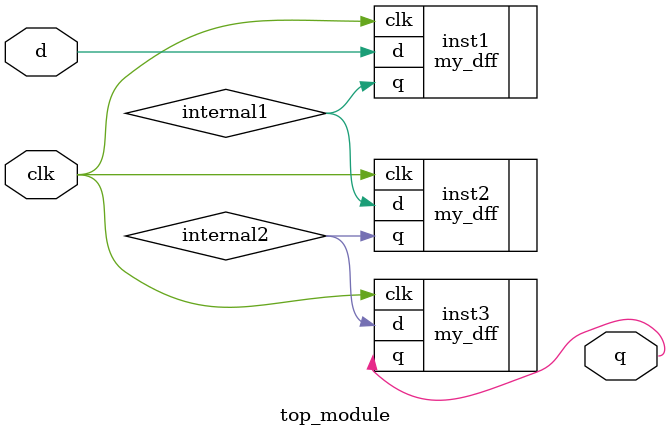
<source format=v>

module top_module ( input clk, input d, output q );
    wire internal1, internal2;
    my_dff inst1(.clk(clk), .d(d), .q(internal1));
    my_dff inst2(.clk(clk), .d(internal1), .q(internal2));
    my_dff inst3(.clk(clk), .d(internal2), .q(q));
endmodule
</source>
